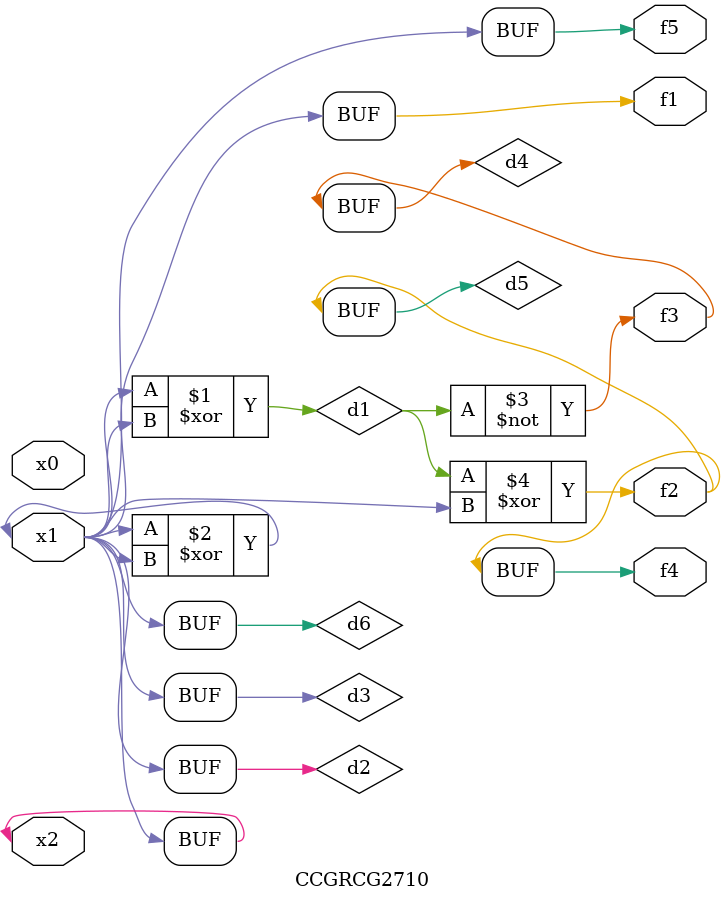
<source format=v>
module CCGRCG2710(
	input x0, x1, x2,
	output f1, f2, f3, f4, f5
);

	wire d1, d2, d3, d4, d5, d6;

	xor (d1, x1, x2);
	buf (d2, x1, x2);
	xor (d3, x1, x2);
	nor (d4, d1);
	xor (d5, d1, d2);
	buf (d6, d2, d3);
	assign f1 = d6;
	assign f2 = d5;
	assign f3 = d4;
	assign f4 = d5;
	assign f5 = d6;
endmodule

</source>
